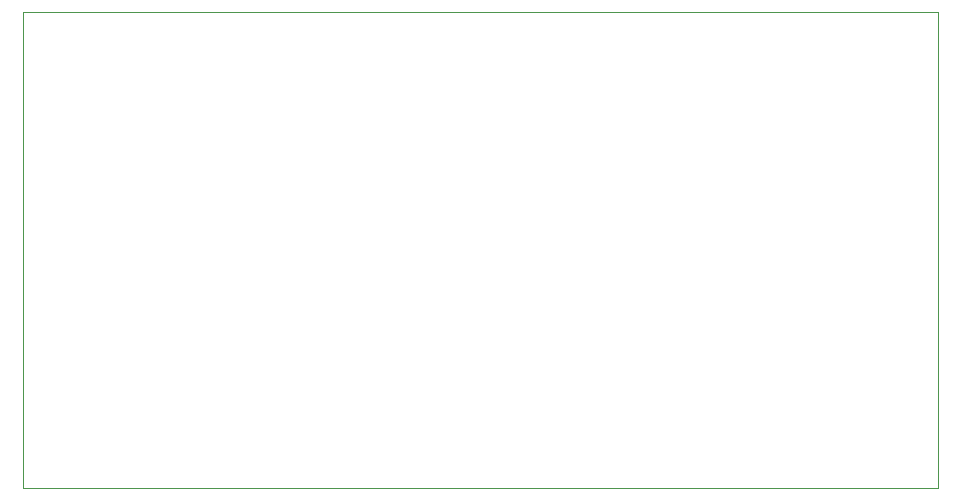
<source format=gbr>
G04 EAGLE Gerber X2 export*
G04 #@! %TF.Part,Single*
G04 #@! %TF.FileFunction,Profile,NP*
G04 #@! %TF.FilePolarity,Positive*
G04 #@! %TF.GenerationSoftware,Autodesk,EAGLE,9.0.0*
G04 #@! %TF.CreationDate,2019-08-08T19:18:53Z*
G75*
%MOMM*%
%FSLAX34Y34*%
%LPD*%
%AMOC8*
5,1,8,0,0,1.08239X$1,22.5*%
G01*
%ADD10C,0.000000*%


D10*
X0Y0D02*
X774500Y0D01*
X774500Y403100D01*
X0Y403100D01*
X0Y0D01*
M02*

</source>
